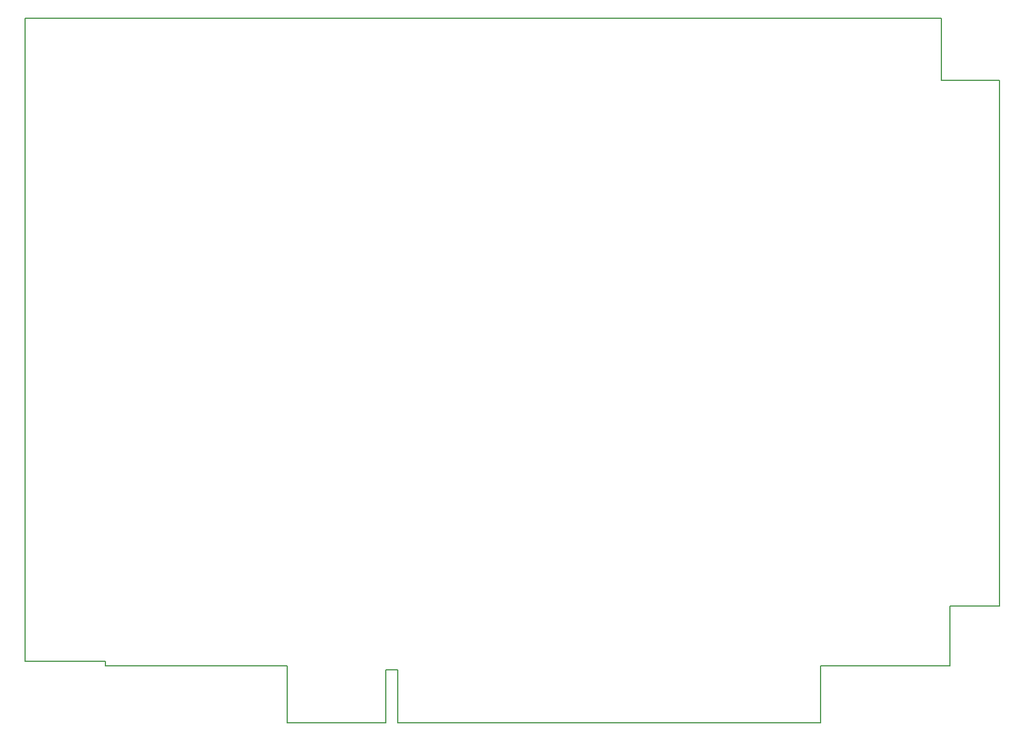
<source format=gko>
%FSAX25Y25*%
%MOIN*%
G70*
G01*
G75*
G04 Layer_Color=16711935*
%ADD10R,0.05118X0.05906*%
%ADD11R,0.10000X0.15000*%
%ADD12O,0.10000X0.15000*%
%ADD13R,0.15000X0.10000*%
%ADD14O,0.15000X0.10000*%
%ADD15R,0.20000X0.09500*%
%ADD16R,0.20000X0.04500*%
%ADD17R,0.04331X0.05512*%
%ADD18R,0.05512X0.04331*%
%ADD19R,0.08661X0.07874*%
%ADD20R,0.04331X0.06693*%
%ADD21R,0.01575X0.08465*%
%ADD22R,0.01575X0.08465*%
%ADD23R,0.06693X0.04331*%
%ADD24R,0.07874X0.08661*%
%ADD25R,0.08000X0.07200*%
%ADD26O,0.06500X0.03000*%
%ADD27R,0.06500X0.03000*%
%ADD28O,0.04000X0.20000*%
%ADD29R,0.01181X0.03169*%
%ADD30R,0.03169X0.01181*%
%ADD31R,0.26378X0.26378*%
%ADD32R,0.06496X0.01181*%
%ADD33R,0.41339X0.33071*%
%ADD34R,0.04134X0.12992*%
%ADD35R,0.33071X0.41339*%
%ADD36R,0.12992X0.04134*%
%ADD37R,0.04331X0.02559*%
%ADD38O,0.07480X0.02362*%
%ADD39C,0.01969*%
%ADD40O,0.02362X0.08661*%
%ADD41R,0.10236X0.05906*%
%ADD42R,0.05100X0.03500*%
%ADD43R,0.05100X0.04700*%
%ADD44R,0.04000X0.16000*%
%ADD45R,0.16000X0.04000*%
%ADD46R,0.05906X0.05118*%
%ADD47O,0.03150X0.00984*%
%ADD48O,0.00984X0.03150*%
%ADD49R,0.10236X0.10236*%
%ADD50C,0.00492*%
%ADD51C,0.03150*%
%ADD52C,0.00787*%
%ADD53C,0.01000*%
%ADD54C,0.01969*%
%ADD55C,0.01181*%
%ADD56C,0.01575*%
%ADD57C,0.02362*%
%ADD58C,0.03937*%
%ADD59C,0.00900*%
%ADD60R,0.05906X0.05906*%
%ADD61C,0.05906*%
%ADD62C,0.05000*%
%ADD63C,0.14961*%
%ADD64C,0.06299*%
%ADD65R,0.06299X0.06299*%
%ADD66C,0.02598*%
%ADD67R,0.05709X0.02165*%
%ADD68O,0.07874X0.01378*%
%ADD69C,0.00984*%
%ADD70C,0.00394*%
%ADD71C,0.00600*%
%ADD72C,0.00720*%
%ADD73C,0.00800*%
%ADD74C,0.00300*%
%ADD75R,0.00100X0.00100*%
%ADD76R,3.15000X0.30000*%
%ADD77R,0.05918X0.06706*%
%ADD78R,0.10800X0.15800*%
%ADD79O,0.10800X0.15800*%
%ADD80R,0.15800X0.10800*%
%ADD81O,0.15800X0.10800*%
%ADD82R,0.20800X0.10300*%
%ADD83R,0.20800X0.05300*%
%ADD84R,0.05131X0.06312*%
%ADD85R,0.06312X0.05131*%
%ADD86R,0.09461X0.08674*%
%ADD87R,0.05131X0.07493*%
%ADD88R,0.02375X0.09265*%
%ADD89R,0.02375X0.09265*%
%ADD90R,0.07493X0.05131*%
%ADD91R,0.08674X0.09461*%
%ADD92R,0.08800X0.08000*%
%ADD93O,0.07300X0.03800*%
%ADD94R,0.07300X0.03800*%
%ADD95O,0.04800X0.20800*%
%ADD96R,0.01981X0.03969*%
%ADD97R,0.03969X0.01981*%
%ADD98R,0.27178X0.27178*%
%ADD99R,0.07296X0.01981*%
%ADD100R,0.42139X0.33871*%
%ADD101R,0.04934X0.13792*%
%ADD102R,0.33871X0.42139*%
%ADD103R,0.13792X0.04934*%
%ADD104R,0.05131X0.03359*%
%ADD105O,0.08280X0.03162*%
%ADD106C,0.02769*%
%ADD107O,0.03162X0.09461*%
%ADD108R,0.11036X0.06706*%
%ADD109R,0.05900X0.04300*%
%ADD110R,0.05900X0.05500*%
%ADD111R,0.04800X0.16800*%
%ADD112R,0.16800X0.04800*%
%ADD113R,0.06706X0.05918*%
%ADD114O,0.03950X0.01784*%
%ADD115O,0.01784X0.03950*%
%ADD116R,0.11036X0.11036*%
%ADD117R,0.06706X0.06706*%
%ADD118C,0.06706*%
%ADD119C,0.05800*%
%ADD120C,0.15761*%
%ADD121C,0.07099*%
%ADD122R,0.07099X0.07099*%
%ADD123R,0.06509X0.02965*%
%ADD124O,0.08674X0.02178*%
%ADD125C,0.03398*%
%ADD126C,0.01500*%
%ADD127C,0.00500*%
D127*
X0195272Y-0014496D02*
Y0016504D01*
X0188272Y-0014496D02*
Y0016504D01*
X0442772Y-0014496D02*
Y0019004D01*
X-0022835Y0366504D02*
Y0397933D01*
Y0316504D02*
Y0366504D01*
Y0021504D02*
Y0316504D01*
X0024272Y0019004D02*
Y0021504D01*
X0518307Y0019004D02*
Y0054004D01*
X0547244D02*
Y0361504D01*
X0513189D02*
Y0397933D01*
X0130772Y-0014496D02*
Y0019004D01*
X0195272Y-0014496D02*
X0442772D01*
X0188272Y0016504D02*
X0195272D01*
X0130772Y-0014496D02*
X0188272D01*
X0024272Y0019004D02*
X0130772D01*
X0442772D02*
X0518307D01*
X-0022835Y0021504D02*
X0024272D01*
X0518307Y0054004D02*
X0547244D01*
X0513189Y0361504D02*
X0547244D01*
X-0022835Y0397933D02*
X0513189D01*
M02*

</source>
